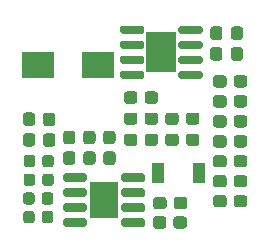
<source format=gbr>
%TF.GenerationSoftware,KiCad,Pcbnew,(5.1.6-0-10_14)*%
%TF.CreationDate,2020-10-30T22:45:03+08:00*%
%TF.ProjectId,Zeeuss,5a656575-7373-42e6-9b69-6361645f7063,rev?*%
%TF.SameCoordinates,Original*%
%TF.FileFunction,Soldermask,Top*%
%TF.FilePolarity,Negative*%
%FSLAX46Y46*%
G04 Gerber Fmt 4.6, Leading zero omitted, Abs format (unit mm)*
G04 Created by KiCad (PCBNEW (5.1.6-0-10_14)) date 2020-10-30 22:45:03*
%MOMM*%
%LPD*%
G01*
G04 APERTURE LIST*
%ADD10R,2.390000X3.100000*%
%ADD11R,2.510000X3.400000*%
%ADD12R,1.000000X1.800000*%
%ADD13R,2.800000X2.300000*%
G04 APERTURE END LIST*
%TO.C,C12*%
G36*
G01*
X118225000Y-108895832D02*
X118225000Y-108370832D01*
G75*
G02*
X118487500Y-108108332I262500J0D01*
G01*
X119112500Y-108108332D01*
G75*
G02*
X119375000Y-108370832I0J-262500D01*
G01*
X119375000Y-108895832D01*
G75*
G02*
X119112500Y-109158332I-262500J0D01*
G01*
X118487500Y-109158332D01*
G75*
G02*
X118225000Y-108895832I0J262500D01*
G01*
G37*
G36*
G01*
X116475000Y-108895832D02*
X116475000Y-108370832D01*
G75*
G02*
X116737500Y-108108332I262500J0D01*
G01*
X117362500Y-108108332D01*
G75*
G02*
X117625000Y-108370832I0J-262500D01*
G01*
X117625000Y-108895832D01*
G75*
G02*
X117362500Y-109158332I-262500J0D01*
G01*
X116737500Y-109158332D01*
G75*
G02*
X116475000Y-108895832I0J262500D01*
G01*
G37*
%TD*%
%TO.C,C11*%
G36*
G01*
X118225000Y-113970830D02*
X118225000Y-113445830D01*
G75*
G02*
X118487500Y-113183330I262500J0D01*
G01*
X119112500Y-113183330D01*
G75*
G02*
X119375000Y-113445830I0J-262500D01*
G01*
X119375000Y-113970830D01*
G75*
G02*
X119112500Y-114233330I-262500J0D01*
G01*
X118487500Y-114233330D01*
G75*
G02*
X118225000Y-113970830I0J262500D01*
G01*
G37*
G36*
G01*
X116475000Y-113970830D02*
X116475000Y-113445830D01*
G75*
G02*
X116737500Y-113183330I262500J0D01*
G01*
X117362500Y-113183330D01*
G75*
G02*
X117625000Y-113445830I0J-262500D01*
G01*
X117625000Y-113970830D01*
G75*
G02*
X117362500Y-114233330I-262500J0D01*
G01*
X116737500Y-114233330D01*
G75*
G02*
X116475000Y-113970830I0J262500D01*
G01*
G37*
%TD*%
%TO.C,C10*%
G36*
G01*
X118225000Y-112279164D02*
X118225000Y-111754164D01*
G75*
G02*
X118487500Y-111491664I262500J0D01*
G01*
X119112500Y-111491664D01*
G75*
G02*
X119375000Y-111754164I0J-262500D01*
G01*
X119375000Y-112279164D01*
G75*
G02*
X119112500Y-112541664I-262500J0D01*
G01*
X118487500Y-112541664D01*
G75*
G02*
X118225000Y-112279164I0J262500D01*
G01*
G37*
G36*
G01*
X116475000Y-112279164D02*
X116475000Y-111754164D01*
G75*
G02*
X116737500Y-111491664I262500J0D01*
G01*
X117362500Y-111491664D01*
G75*
G02*
X117625000Y-111754164I0J-262500D01*
G01*
X117625000Y-112279164D01*
G75*
G02*
X117362500Y-112541664I-262500J0D01*
G01*
X116737500Y-112541664D01*
G75*
G02*
X116475000Y-112279164I0J262500D01*
G01*
G37*
%TD*%
%TO.C,C5*%
G36*
G01*
X118225000Y-115662500D02*
X118225000Y-115137500D01*
G75*
G02*
X118487500Y-114875000I262500J0D01*
G01*
X119112500Y-114875000D01*
G75*
G02*
X119375000Y-115137500I0J-262500D01*
G01*
X119375000Y-115662500D01*
G75*
G02*
X119112500Y-115925000I-262500J0D01*
G01*
X118487500Y-115925000D01*
G75*
G02*
X118225000Y-115662500I0J262500D01*
G01*
G37*
G36*
G01*
X116475000Y-115662500D02*
X116475000Y-115137500D01*
G75*
G02*
X116737500Y-114875000I262500J0D01*
G01*
X117362500Y-114875000D01*
G75*
G02*
X117625000Y-115137500I0J-262500D01*
G01*
X117625000Y-115662500D01*
G75*
G02*
X117362500Y-115925000I-262500J0D01*
G01*
X116737500Y-115925000D01*
G75*
G02*
X116475000Y-115662500I0J262500D01*
G01*
G37*
%TD*%
%TO.C,C2*%
G36*
G01*
X118225000Y-110587498D02*
X118225000Y-110062498D01*
G75*
G02*
X118487500Y-109799998I262500J0D01*
G01*
X119112500Y-109799998D01*
G75*
G02*
X119375000Y-110062498I0J-262500D01*
G01*
X119375000Y-110587498D01*
G75*
G02*
X119112500Y-110849998I-262500J0D01*
G01*
X118487500Y-110849998D01*
G75*
G02*
X118225000Y-110587498I0J262500D01*
G01*
G37*
G36*
G01*
X116475000Y-110587498D02*
X116475000Y-110062498D01*
G75*
G02*
X116737500Y-109799998I262500J0D01*
G01*
X117362500Y-109799998D01*
G75*
G02*
X117625000Y-110062498I0J-262500D01*
G01*
X117625000Y-110587498D01*
G75*
G02*
X117362500Y-110849998I-262500J0D01*
G01*
X116737500Y-110849998D01*
G75*
G02*
X116475000Y-110587498I0J262500D01*
G01*
G37*
%TD*%
%TO.C,C1*%
G36*
G01*
X118225000Y-107204166D02*
X118225000Y-106679166D01*
G75*
G02*
X118487500Y-106416666I262500J0D01*
G01*
X119112500Y-106416666D01*
G75*
G02*
X119375000Y-106679166I0J-262500D01*
G01*
X119375000Y-107204166D01*
G75*
G02*
X119112500Y-107466666I-262500J0D01*
G01*
X118487500Y-107466666D01*
G75*
G02*
X118225000Y-107204166I0J262500D01*
G01*
G37*
G36*
G01*
X116475000Y-107204166D02*
X116475000Y-106679166D01*
G75*
G02*
X116737500Y-106416666I262500J0D01*
G01*
X117362500Y-106416666D01*
G75*
G02*
X117625000Y-106679166I0J-262500D01*
G01*
X117625000Y-107204166D01*
G75*
G02*
X117362500Y-107466666I-262500J0D01*
G01*
X116737500Y-107466666D01*
G75*
G02*
X116475000Y-107204166I0J262500D01*
G01*
G37*
%TD*%
D10*
%TO.C,U2*%
X107250000Y-115300000D03*
G36*
G01*
X108700000Y-113570000D02*
X108700000Y-113220000D01*
G75*
G02*
X108875000Y-113045000I175000J0D01*
G01*
X110575000Y-113045000D01*
G75*
G02*
X110750000Y-113220000I0J-175000D01*
G01*
X110750000Y-113570000D01*
G75*
G02*
X110575000Y-113745000I-175000J0D01*
G01*
X108875000Y-113745000D01*
G75*
G02*
X108700000Y-113570000I0J175000D01*
G01*
G37*
G36*
G01*
X108700000Y-114840000D02*
X108700000Y-114490000D01*
G75*
G02*
X108875000Y-114315000I175000J0D01*
G01*
X110575000Y-114315000D01*
G75*
G02*
X110750000Y-114490000I0J-175000D01*
G01*
X110750000Y-114840000D01*
G75*
G02*
X110575000Y-115015000I-175000J0D01*
G01*
X108875000Y-115015000D01*
G75*
G02*
X108700000Y-114840000I0J175000D01*
G01*
G37*
G36*
G01*
X108700000Y-116110000D02*
X108700000Y-115760000D01*
G75*
G02*
X108875000Y-115585000I175000J0D01*
G01*
X110575000Y-115585000D01*
G75*
G02*
X110750000Y-115760000I0J-175000D01*
G01*
X110750000Y-116110000D01*
G75*
G02*
X110575000Y-116285000I-175000J0D01*
G01*
X108875000Y-116285000D01*
G75*
G02*
X108700000Y-116110000I0J175000D01*
G01*
G37*
G36*
G01*
X108700000Y-117380000D02*
X108700000Y-117030000D01*
G75*
G02*
X108875000Y-116855000I175000J0D01*
G01*
X110575000Y-116855000D01*
G75*
G02*
X110750000Y-117030000I0J-175000D01*
G01*
X110750000Y-117380000D01*
G75*
G02*
X110575000Y-117555000I-175000J0D01*
G01*
X108875000Y-117555000D01*
G75*
G02*
X108700000Y-117380000I0J175000D01*
G01*
G37*
G36*
G01*
X103750000Y-117380000D02*
X103750000Y-117030000D01*
G75*
G02*
X103925000Y-116855000I175000J0D01*
G01*
X105625000Y-116855000D01*
G75*
G02*
X105800000Y-117030000I0J-175000D01*
G01*
X105800000Y-117380000D01*
G75*
G02*
X105625000Y-117555000I-175000J0D01*
G01*
X103925000Y-117555000D01*
G75*
G02*
X103750000Y-117380000I0J175000D01*
G01*
G37*
G36*
G01*
X103750000Y-116110000D02*
X103750000Y-115760000D01*
G75*
G02*
X103925000Y-115585000I175000J0D01*
G01*
X105625000Y-115585000D01*
G75*
G02*
X105800000Y-115760000I0J-175000D01*
G01*
X105800000Y-116110000D01*
G75*
G02*
X105625000Y-116285000I-175000J0D01*
G01*
X103925000Y-116285000D01*
G75*
G02*
X103750000Y-116110000I0J175000D01*
G01*
G37*
G36*
G01*
X103750000Y-114840000D02*
X103750000Y-114490000D01*
G75*
G02*
X103925000Y-114315000I175000J0D01*
G01*
X105625000Y-114315000D01*
G75*
G02*
X105800000Y-114490000I0J-175000D01*
G01*
X105800000Y-114840000D01*
G75*
G02*
X105625000Y-115015000I-175000J0D01*
G01*
X103925000Y-115015000D01*
G75*
G02*
X103750000Y-114840000I0J175000D01*
G01*
G37*
G36*
G01*
X103750000Y-113570000D02*
X103750000Y-113220000D01*
G75*
G02*
X103925000Y-113045000I175000J0D01*
G01*
X105625000Y-113045000D01*
G75*
G02*
X105800000Y-113220000I0J-175000D01*
G01*
X105800000Y-113570000D01*
G75*
G02*
X105625000Y-113745000I-175000J0D01*
G01*
X103925000Y-113745000D01*
G75*
G02*
X103750000Y-113570000I0J175000D01*
G01*
G37*
%TD*%
D11*
%TO.C,U1*%
X112100000Y-102800000D03*
G36*
G01*
X110650000Y-104530000D02*
X110650000Y-104880000D01*
G75*
G02*
X110475000Y-105055000I-175000J0D01*
G01*
X108775000Y-105055000D01*
G75*
G02*
X108600000Y-104880000I0J175000D01*
G01*
X108600000Y-104530000D01*
G75*
G02*
X108775000Y-104355000I175000J0D01*
G01*
X110475000Y-104355000D01*
G75*
G02*
X110650000Y-104530000I0J-175000D01*
G01*
G37*
G36*
G01*
X110650000Y-103260000D02*
X110650000Y-103610000D01*
G75*
G02*
X110475000Y-103785000I-175000J0D01*
G01*
X108775000Y-103785000D01*
G75*
G02*
X108600000Y-103610000I0J175000D01*
G01*
X108600000Y-103260000D01*
G75*
G02*
X108775000Y-103085000I175000J0D01*
G01*
X110475000Y-103085000D01*
G75*
G02*
X110650000Y-103260000I0J-175000D01*
G01*
G37*
G36*
G01*
X110650000Y-101990000D02*
X110650000Y-102340000D01*
G75*
G02*
X110475000Y-102515000I-175000J0D01*
G01*
X108775000Y-102515000D01*
G75*
G02*
X108600000Y-102340000I0J175000D01*
G01*
X108600000Y-101990000D01*
G75*
G02*
X108775000Y-101815000I175000J0D01*
G01*
X110475000Y-101815000D01*
G75*
G02*
X110650000Y-101990000I0J-175000D01*
G01*
G37*
G36*
G01*
X110650000Y-100720000D02*
X110650000Y-101070000D01*
G75*
G02*
X110475000Y-101245000I-175000J0D01*
G01*
X108775000Y-101245000D01*
G75*
G02*
X108600000Y-101070000I0J175000D01*
G01*
X108600000Y-100720000D01*
G75*
G02*
X108775000Y-100545000I175000J0D01*
G01*
X110475000Y-100545000D01*
G75*
G02*
X110650000Y-100720000I0J-175000D01*
G01*
G37*
G36*
G01*
X115600000Y-100720000D02*
X115600000Y-101070000D01*
G75*
G02*
X115425000Y-101245000I-175000J0D01*
G01*
X113725000Y-101245000D01*
G75*
G02*
X113550000Y-101070000I0J175000D01*
G01*
X113550000Y-100720000D01*
G75*
G02*
X113725000Y-100545000I175000J0D01*
G01*
X115425000Y-100545000D01*
G75*
G02*
X115600000Y-100720000I0J-175000D01*
G01*
G37*
G36*
G01*
X115600000Y-101990000D02*
X115600000Y-102340000D01*
G75*
G02*
X115425000Y-102515000I-175000J0D01*
G01*
X113725000Y-102515000D01*
G75*
G02*
X113550000Y-102340000I0J175000D01*
G01*
X113550000Y-101990000D01*
G75*
G02*
X113725000Y-101815000I175000J0D01*
G01*
X115425000Y-101815000D01*
G75*
G02*
X115600000Y-101990000I0J-175000D01*
G01*
G37*
G36*
G01*
X115600000Y-103260000D02*
X115600000Y-103610000D01*
G75*
G02*
X115425000Y-103785000I-175000J0D01*
G01*
X113725000Y-103785000D01*
G75*
G02*
X113550000Y-103610000I0J175000D01*
G01*
X113550000Y-103260000D01*
G75*
G02*
X113725000Y-103085000I175000J0D01*
G01*
X115425000Y-103085000D01*
G75*
G02*
X115600000Y-103260000I0J-175000D01*
G01*
G37*
G36*
G01*
X115600000Y-104530000D02*
X115600000Y-104880000D01*
G75*
G02*
X115425000Y-105055000I-175000J0D01*
G01*
X113725000Y-105055000D01*
G75*
G02*
X113550000Y-104880000I0J175000D01*
G01*
X113550000Y-104530000D01*
G75*
G02*
X113725000Y-104355000I175000J0D01*
G01*
X115425000Y-104355000D01*
G75*
G02*
X115600000Y-104530000I0J-175000D01*
G01*
G37*
%TD*%
D12*
%TO.C,SW1*%
X111850000Y-113000000D03*
X115250000Y-113000000D03*
%TD*%
%TO.C,R10*%
G36*
G01*
X116487500Y-102350000D02*
X117012500Y-102350000D01*
G75*
G02*
X117275000Y-102612500I0J-262500D01*
G01*
X117275000Y-103237500D01*
G75*
G02*
X117012500Y-103500000I-262500J0D01*
G01*
X116487500Y-103500000D01*
G75*
G02*
X116225000Y-103237500I0J262500D01*
G01*
X116225000Y-102612500D01*
G75*
G02*
X116487500Y-102350000I262500J0D01*
G01*
G37*
G36*
G01*
X116487500Y-100600000D02*
X117012500Y-100600000D01*
G75*
G02*
X117275000Y-100862500I0J-262500D01*
G01*
X117275000Y-101487500D01*
G75*
G02*
X117012500Y-101750000I-262500J0D01*
G01*
X116487500Y-101750000D01*
G75*
G02*
X116225000Y-101487500I0J262500D01*
G01*
X116225000Y-100862500D01*
G75*
G02*
X116487500Y-100600000I262500J0D01*
G01*
G37*
%TD*%
%TO.C,R9*%
G36*
G01*
X118225000Y-105512500D02*
X118225000Y-104987500D01*
G75*
G02*
X118487500Y-104725000I262500J0D01*
G01*
X119112500Y-104725000D01*
G75*
G02*
X119375000Y-104987500I0J-262500D01*
G01*
X119375000Y-105512500D01*
G75*
G02*
X119112500Y-105775000I-262500J0D01*
G01*
X118487500Y-105775000D01*
G75*
G02*
X118225000Y-105512500I0J262500D01*
G01*
G37*
G36*
G01*
X116475000Y-105512500D02*
X116475000Y-104987500D01*
G75*
G02*
X116737500Y-104725000I262500J0D01*
G01*
X117362500Y-104725000D01*
G75*
G02*
X117625000Y-104987500I0J-262500D01*
G01*
X117625000Y-105512500D01*
G75*
G02*
X117362500Y-105775000I-262500J0D01*
G01*
X116737500Y-105775000D01*
G75*
G02*
X116475000Y-105512500I0J262500D01*
G01*
G37*
%TD*%
%TO.C,R5*%
G36*
G01*
X102337500Y-109650000D02*
X102862500Y-109650000D01*
G75*
G02*
X103125000Y-109912500I0J-262500D01*
G01*
X103125000Y-110537500D01*
G75*
G02*
X102862500Y-110800000I-262500J0D01*
G01*
X102337500Y-110800000D01*
G75*
G02*
X102075000Y-110537500I0J262500D01*
G01*
X102075000Y-109912500D01*
G75*
G02*
X102337500Y-109650000I262500J0D01*
G01*
G37*
G36*
G01*
X102337500Y-107900000D02*
X102862500Y-107900000D01*
G75*
G02*
X103125000Y-108162500I0J-262500D01*
G01*
X103125000Y-108787500D01*
G75*
G02*
X102862500Y-109050000I-262500J0D01*
G01*
X102337500Y-109050000D01*
G75*
G02*
X102075000Y-108787500I0J262500D01*
G01*
X102075000Y-108162500D01*
G75*
G02*
X102337500Y-107900000I262500J0D01*
G01*
G37*
%TD*%
%TO.C,R3*%
G36*
G01*
X113125000Y-117462500D02*
X113125000Y-116937500D01*
G75*
G02*
X113387500Y-116675000I262500J0D01*
G01*
X114012500Y-116675000D01*
G75*
G02*
X114275000Y-116937500I0J-262500D01*
G01*
X114275000Y-117462500D01*
G75*
G02*
X114012500Y-117725000I-262500J0D01*
G01*
X113387500Y-117725000D01*
G75*
G02*
X113125000Y-117462500I0J262500D01*
G01*
G37*
G36*
G01*
X111375000Y-117462500D02*
X111375000Y-116937500D01*
G75*
G02*
X111637500Y-116675000I262500J0D01*
G01*
X112262500Y-116675000D01*
G75*
G02*
X112525000Y-116937500I0J-262500D01*
G01*
X112525000Y-117462500D01*
G75*
G02*
X112262500Y-117725000I-262500J0D01*
G01*
X111637500Y-117725000D01*
G75*
G02*
X111375000Y-117462500I0J262500D01*
G01*
G37*
%TD*%
%TO.C,R1*%
G36*
G01*
X106262500Y-110575000D02*
X105737500Y-110575000D01*
G75*
G02*
X105475000Y-110312500I0J262500D01*
G01*
X105475000Y-109687500D01*
G75*
G02*
X105737500Y-109425000I262500J0D01*
G01*
X106262500Y-109425000D01*
G75*
G02*
X106525000Y-109687500I0J-262500D01*
G01*
X106525000Y-110312500D01*
G75*
G02*
X106262500Y-110575000I-262500J0D01*
G01*
G37*
G36*
G01*
X106262500Y-112325000D02*
X105737500Y-112325000D01*
G75*
G02*
X105475000Y-112062500I0J262500D01*
G01*
X105475000Y-111437500D01*
G75*
G02*
X105737500Y-111175000I262500J0D01*
G01*
X106262500Y-111175000D01*
G75*
G02*
X106525000Y-111437500I0J-262500D01*
G01*
X106525000Y-112062500D01*
G75*
G02*
X106262500Y-112325000I-262500J0D01*
G01*
G37*
%TD*%
D13*
%TO.C,L2*%
X101650000Y-103850000D03*
X106750000Y-103850000D03*
%TD*%
%TO.C,D4*%
G36*
G01*
X101372500Y-116468749D02*
X101372500Y-117031249D01*
G75*
G02*
X101128750Y-117274999I-243750J0D01*
G01*
X100641250Y-117274999D01*
G75*
G02*
X100397500Y-117031249I0J243750D01*
G01*
X100397500Y-116468749D01*
G75*
G02*
X100641250Y-116224999I243750J0D01*
G01*
X101128750Y-116224999D01*
G75*
G02*
X101372500Y-116468749I0J-243750D01*
G01*
G37*
G36*
G01*
X102947500Y-116468749D02*
X102947500Y-117031249D01*
G75*
G02*
X102703750Y-117274999I-243750J0D01*
G01*
X102216250Y-117274999D01*
G75*
G02*
X101972500Y-117031249I0J243750D01*
G01*
X101972500Y-116468749D01*
G75*
G02*
X102216250Y-116224999I243750J0D01*
G01*
X102703750Y-116224999D01*
G75*
G02*
X102947500Y-116468749I0J-243750D01*
G01*
G37*
%TD*%
%TO.C,D3*%
G36*
G01*
X101372500Y-114885416D02*
X101372500Y-115447916D01*
G75*
G02*
X101128750Y-115691666I-243750J0D01*
G01*
X100641250Y-115691666D01*
G75*
G02*
X100397500Y-115447916I0J243750D01*
G01*
X100397500Y-114885416D01*
G75*
G02*
X100641250Y-114641666I243750J0D01*
G01*
X101128750Y-114641666D01*
G75*
G02*
X101372500Y-114885416I0J-243750D01*
G01*
G37*
G36*
G01*
X102947500Y-114885416D02*
X102947500Y-115447916D01*
G75*
G02*
X102703750Y-115691666I-243750J0D01*
G01*
X102216250Y-115691666D01*
G75*
G02*
X101972500Y-115447916I0J243750D01*
G01*
X101972500Y-114885416D01*
G75*
G02*
X102216250Y-114641666I243750J0D01*
G01*
X102703750Y-114641666D01*
G75*
G02*
X102947500Y-114885416I0J-243750D01*
G01*
G37*
%TD*%
%TO.C,D2*%
G36*
G01*
X102012500Y-113864583D02*
X102012500Y-113302083D01*
G75*
G02*
X102256250Y-113058333I243750J0D01*
G01*
X102743750Y-113058333D01*
G75*
G02*
X102987500Y-113302083I0J-243750D01*
G01*
X102987500Y-113864583D01*
G75*
G02*
X102743750Y-114108333I-243750J0D01*
G01*
X102256250Y-114108333D01*
G75*
G02*
X102012500Y-113864583I0J243750D01*
G01*
G37*
G36*
G01*
X100437500Y-113864583D02*
X100437500Y-113302083D01*
G75*
G02*
X100681250Y-113058333I243750J0D01*
G01*
X101168750Y-113058333D01*
G75*
G02*
X101412500Y-113302083I0J-243750D01*
G01*
X101412500Y-113864583D01*
G75*
G02*
X101168750Y-114108333I-243750J0D01*
G01*
X100681250Y-114108333D01*
G75*
G02*
X100437500Y-113864583I0J243750D01*
G01*
G37*
%TD*%
%TO.C,D1*%
G36*
G01*
X102012500Y-112281250D02*
X102012500Y-111718750D01*
G75*
G02*
X102256250Y-111475000I243750J0D01*
G01*
X102743750Y-111475000D01*
G75*
G02*
X102987500Y-111718750I0J-243750D01*
G01*
X102987500Y-112281250D01*
G75*
G02*
X102743750Y-112525000I-243750J0D01*
G01*
X102256250Y-112525000D01*
G75*
G02*
X102012500Y-112281250I0J243750D01*
G01*
G37*
G36*
G01*
X100437500Y-112281250D02*
X100437500Y-111718750D01*
G75*
G02*
X100681250Y-111475000I243750J0D01*
G01*
X101168750Y-111475000D01*
G75*
G02*
X101412500Y-111718750I0J-243750D01*
G01*
X101412500Y-112281250D01*
G75*
G02*
X101168750Y-112525000I-243750J0D01*
G01*
X100681250Y-112525000D01*
G75*
G02*
X100437500Y-112281250I0J243750D01*
G01*
G37*
%TD*%
%TO.C,C23*%
G36*
G01*
X118237500Y-102350000D02*
X118762500Y-102350000D01*
G75*
G02*
X119025000Y-102612500I0J-262500D01*
G01*
X119025000Y-103237500D01*
G75*
G02*
X118762500Y-103500000I-262500J0D01*
G01*
X118237500Y-103500000D01*
G75*
G02*
X117975000Y-103237500I0J262500D01*
G01*
X117975000Y-102612500D01*
G75*
G02*
X118237500Y-102350000I262500J0D01*
G01*
G37*
G36*
G01*
X118237500Y-100600000D02*
X118762500Y-100600000D01*
G75*
G02*
X119025000Y-100862500I0J-262500D01*
G01*
X119025000Y-101487500D01*
G75*
G02*
X118762500Y-101750000I-262500J0D01*
G01*
X118237500Y-101750000D01*
G75*
G02*
X117975000Y-101487500I0J262500D01*
G01*
X117975000Y-100862500D01*
G75*
G02*
X118237500Y-100600000I262500J0D01*
G01*
G37*
%TD*%
%TO.C,C22*%
G36*
G01*
X110075000Y-109937500D02*
X110075000Y-110462500D01*
G75*
G02*
X109812500Y-110725000I-262500J0D01*
G01*
X109187500Y-110725000D01*
G75*
G02*
X108925000Y-110462500I0J262500D01*
G01*
X108925000Y-109937500D01*
G75*
G02*
X109187500Y-109675000I262500J0D01*
G01*
X109812500Y-109675000D01*
G75*
G02*
X110075000Y-109937500I0J-262500D01*
G01*
G37*
G36*
G01*
X111825000Y-109937500D02*
X111825000Y-110462500D01*
G75*
G02*
X111562500Y-110725000I-262500J0D01*
G01*
X110937500Y-110725000D01*
G75*
G02*
X110675000Y-110462500I0J262500D01*
G01*
X110675000Y-109937500D01*
G75*
G02*
X110937500Y-109675000I262500J0D01*
G01*
X111562500Y-109675000D01*
G75*
G02*
X111825000Y-109937500I0J-262500D01*
G01*
G37*
%TD*%
%TO.C,C17*%
G36*
G01*
X100637500Y-109625000D02*
X101162500Y-109625000D01*
G75*
G02*
X101425000Y-109887500I0J-262500D01*
G01*
X101425000Y-110512500D01*
G75*
G02*
X101162500Y-110775000I-262500J0D01*
G01*
X100637500Y-110775000D01*
G75*
G02*
X100375000Y-110512500I0J262500D01*
G01*
X100375000Y-109887500D01*
G75*
G02*
X100637500Y-109625000I262500J0D01*
G01*
G37*
G36*
G01*
X100637500Y-107875000D02*
X101162500Y-107875000D01*
G75*
G02*
X101425000Y-108137500I0J-262500D01*
G01*
X101425000Y-108762500D01*
G75*
G02*
X101162500Y-109025000I-262500J0D01*
G01*
X100637500Y-109025000D01*
G75*
G02*
X100375000Y-108762500I0J262500D01*
G01*
X100375000Y-108137500D01*
G75*
G02*
X100637500Y-107875000I262500J0D01*
G01*
G37*
%TD*%
%TO.C,C15*%
G36*
G01*
X113150000Y-115812500D02*
X113150000Y-115287500D01*
G75*
G02*
X113412500Y-115025000I262500J0D01*
G01*
X114037500Y-115025000D01*
G75*
G02*
X114300000Y-115287500I0J-262500D01*
G01*
X114300000Y-115812500D01*
G75*
G02*
X114037500Y-116075000I-262500J0D01*
G01*
X113412500Y-116075000D01*
G75*
G02*
X113150000Y-115812500I0J262500D01*
G01*
G37*
G36*
G01*
X111400000Y-115812500D02*
X111400000Y-115287500D01*
G75*
G02*
X111662500Y-115025000I262500J0D01*
G01*
X112287500Y-115025000D01*
G75*
G02*
X112550000Y-115287500I0J-262500D01*
G01*
X112550000Y-115812500D01*
G75*
G02*
X112287500Y-116075000I-262500J0D01*
G01*
X111662500Y-116075000D01*
G75*
G02*
X111400000Y-115812500I0J262500D01*
G01*
G37*
%TD*%
%TO.C,C9*%
G36*
G01*
X114175000Y-110462500D02*
X114175000Y-109937500D01*
G75*
G02*
X114437500Y-109675000I262500J0D01*
G01*
X115062500Y-109675000D01*
G75*
G02*
X115325000Y-109937500I0J-262500D01*
G01*
X115325000Y-110462500D01*
G75*
G02*
X115062500Y-110725000I-262500J0D01*
G01*
X114437500Y-110725000D01*
G75*
G02*
X114175000Y-110462500I0J262500D01*
G01*
G37*
G36*
G01*
X112425000Y-110462500D02*
X112425000Y-109937500D01*
G75*
G02*
X112687500Y-109675000I262500J0D01*
G01*
X113312500Y-109675000D01*
G75*
G02*
X113575000Y-109937500I0J-262500D01*
G01*
X113575000Y-110462500D01*
G75*
G02*
X113312500Y-110725000I-262500J0D01*
G01*
X112687500Y-110725000D01*
G75*
G02*
X112425000Y-110462500I0J262500D01*
G01*
G37*
%TD*%
%TO.C,C8*%
G36*
G01*
X104562500Y-110575000D02*
X104037500Y-110575000D01*
G75*
G02*
X103775000Y-110312500I0J262500D01*
G01*
X103775000Y-109687500D01*
G75*
G02*
X104037500Y-109425000I262500J0D01*
G01*
X104562500Y-109425000D01*
G75*
G02*
X104825000Y-109687500I0J-262500D01*
G01*
X104825000Y-110312500D01*
G75*
G02*
X104562500Y-110575000I-262500J0D01*
G01*
G37*
G36*
G01*
X104562500Y-112325000D02*
X104037500Y-112325000D01*
G75*
G02*
X103775000Y-112062500I0J262500D01*
G01*
X103775000Y-111437500D01*
G75*
G02*
X104037500Y-111175000I262500J0D01*
G01*
X104562500Y-111175000D01*
G75*
G02*
X104825000Y-111437500I0J-262500D01*
G01*
X104825000Y-112062500D01*
G75*
G02*
X104562500Y-112325000I-262500J0D01*
G01*
G37*
%TD*%
%TO.C,C7*%
G36*
G01*
X110075000Y-108150000D02*
X110075000Y-108675000D01*
G75*
G02*
X109812500Y-108937500I-262500J0D01*
G01*
X109187500Y-108937500D01*
G75*
G02*
X108925000Y-108675000I0J262500D01*
G01*
X108925000Y-108150000D01*
G75*
G02*
X109187500Y-107887500I262500J0D01*
G01*
X109812500Y-107887500D01*
G75*
G02*
X110075000Y-108150000I0J-262500D01*
G01*
G37*
G36*
G01*
X111825000Y-108150000D02*
X111825000Y-108675000D01*
G75*
G02*
X111562500Y-108937500I-262500J0D01*
G01*
X110937500Y-108937500D01*
G75*
G02*
X110675000Y-108675000I0J262500D01*
G01*
X110675000Y-108150000D01*
G75*
G02*
X110937500Y-107887500I262500J0D01*
G01*
X111562500Y-107887500D01*
G75*
G02*
X111825000Y-108150000I0J-262500D01*
G01*
G37*
%TD*%
%TO.C,C6*%
G36*
G01*
X107437500Y-111175000D02*
X107962500Y-111175000D01*
G75*
G02*
X108225000Y-111437500I0J-262500D01*
G01*
X108225000Y-112062500D01*
G75*
G02*
X107962500Y-112325000I-262500J0D01*
G01*
X107437500Y-112325000D01*
G75*
G02*
X107175000Y-112062500I0J262500D01*
G01*
X107175000Y-111437500D01*
G75*
G02*
X107437500Y-111175000I262500J0D01*
G01*
G37*
G36*
G01*
X107437500Y-109425000D02*
X107962500Y-109425000D01*
G75*
G02*
X108225000Y-109687500I0J-262500D01*
G01*
X108225000Y-110312500D01*
G75*
G02*
X107962500Y-110575000I-262500J0D01*
G01*
X107437500Y-110575000D01*
G75*
G02*
X107175000Y-110312500I0J262500D01*
G01*
X107175000Y-109687500D01*
G75*
G02*
X107437500Y-109425000I262500J0D01*
G01*
G37*
%TD*%
%TO.C,C4*%
G36*
G01*
X114175000Y-108675000D02*
X114175000Y-108150000D01*
G75*
G02*
X114437500Y-107887500I262500J0D01*
G01*
X115062500Y-107887500D01*
G75*
G02*
X115325000Y-108150000I0J-262500D01*
G01*
X115325000Y-108675000D01*
G75*
G02*
X115062500Y-108937500I-262500J0D01*
G01*
X114437500Y-108937500D01*
G75*
G02*
X114175000Y-108675000I0J262500D01*
G01*
G37*
G36*
G01*
X112425000Y-108675000D02*
X112425000Y-108150000D01*
G75*
G02*
X112687500Y-107887500I262500J0D01*
G01*
X113312500Y-107887500D01*
G75*
G02*
X113575000Y-108150000I0J-262500D01*
G01*
X113575000Y-108675000D01*
G75*
G02*
X113312500Y-108937500I-262500J0D01*
G01*
X112687500Y-108937500D01*
G75*
G02*
X112425000Y-108675000I0J262500D01*
G01*
G37*
%TD*%
%TO.C,C3*%
G36*
G01*
X110075000Y-106362500D02*
X110075000Y-106887500D01*
G75*
G02*
X109812500Y-107150000I-262500J0D01*
G01*
X109187500Y-107150000D01*
G75*
G02*
X108925000Y-106887500I0J262500D01*
G01*
X108925000Y-106362500D01*
G75*
G02*
X109187500Y-106100000I262500J0D01*
G01*
X109812500Y-106100000D01*
G75*
G02*
X110075000Y-106362500I0J-262500D01*
G01*
G37*
G36*
G01*
X111825000Y-106362500D02*
X111825000Y-106887500D01*
G75*
G02*
X111562500Y-107150000I-262500J0D01*
G01*
X110937500Y-107150000D01*
G75*
G02*
X110675000Y-106887500I0J262500D01*
G01*
X110675000Y-106362500D01*
G75*
G02*
X110937500Y-106100000I262500J0D01*
G01*
X111562500Y-106100000D01*
G75*
G02*
X111825000Y-106362500I0J-262500D01*
G01*
G37*
%TD*%
M02*

</source>
